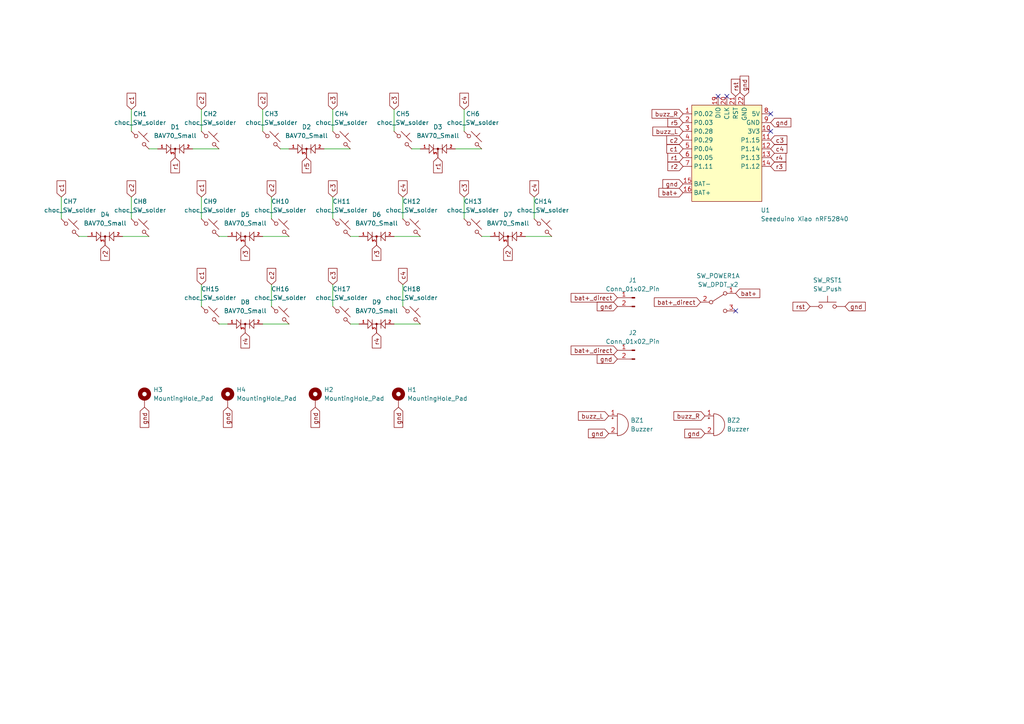
<source format=kicad_sch>
(kicad_sch (version 20230121) (generator eeschema)
  (paper "A4")
  (lib_symbols
    (symbol "Connector:Conn_01x02_Pin" (pin_names (offset 1.016) hide)
      (property "Reference" "J" (at 0 2.54 0))
      (property "Value" "Conn_01x02_Pin" (at 0 -5.08 0))
      (symbol "Conn_01x02_Pin_1_1"
        (polyline (pts (xy 1.27 -2.54) (xy 0.8636 -2.54)) (stroke (width 0.1524)))
        (polyline (pts (xy 1.27 0) (xy 0.8636 0)) (stroke (width 0.1524)))
        (rectangle (start 0.8636 -2.413) (end 0 -2.667) (stroke (width 0.1524)) (fill (type outline)))
        (rectangle (start 0.8636 0.127) (end 0 -0.127) (stroke (width 0.1524)) (fill (type outline)))
        (pin passive line (at 5.08 0 180) (length 3.81) (name "Pin_1") (number "1"))
        (pin passive line (at 5.08 -2.54 180) (length 3.81) (name "Pin_2") (number "2"))
      )
    )
    (symbol "Device:Buzzer" (pin_names (offset 0.0254) hide)
      (property "Reference" "BZ" (at 3.81 1.27 0))
      (property "Value" "Buzzer" (at 3.81 -1.27 0))
      (symbol "Buzzer_0_1"
        (arc (start 0 -3.175) (mid 3.1612 0) (end 0 3.175))
        (polyline (pts (xy -1.651 1.905) (xy -1.143 1.905)))
        (polyline (pts (xy -1.397 2.159) (xy -1.397 1.651)))
        (polyline (pts (xy 0 3.175) (xy 0 -3.175)))
      )
      (symbol "Buzzer_1_1"
        (pin passive line (at -2.54 2.54 0) (length 2.54) (name "-") (number "1"))
        (pin passive line (at -2.54 -2.54 0) (length 2.54) (name "+") (number "2"))
      )
    )
    (symbol "Mechanical:MountingHole_Pad" (pin_numbers hide) (pin_names (offset 1.016) hide)
      (property "Reference" "H" (at 0 6.35 0))
      (property "Value" "MountingHole_Pad" (at 0 4.445 0))
      (symbol "MountingHole_Pad_0_1"
        (circle (center 0 1.27) (radius 1.27) (stroke (width 1.27)))
      )
      (symbol "MountingHole_Pad_1_1"
        (pin input line (at 0 -2.54 90) (length 2.54) (name "1") (number "1"))
      )
    )
    (symbol "PCM_marbastlib-choc:choc_SW_solder" (pin_numbers hide) (pin_names (offset 1.016) hide)
      (property "Reference" "CH" (at 3.048 1.016 0))
      (property "Value" "choc_SW_solder" (at 0 -3.81 0))
      (symbol "choc_SW_solder_0_1"
        (circle (center -1.1684 1.1684) (radius 0.508))
        (polyline (pts (xy -0.508 2.54) (xy 2.54 -0.508)))
        (polyline (pts (xy 1.016 1.016) (xy 2.032 2.032)))
        (polyline (pts (xy -2.54 2.54) (xy -1.524 1.524) (xy -1.524 1.524)))
        (polyline (pts (xy 1.524 -1.524) (xy 2.54 -2.54) (xy 2.54 -2.54) (xy 2.54 -2.54)))
        (circle (center 1.143 -1.1938) (radius 0.508))
        (pin passive line (at -2.54 2.54 0) (length 0) (name "1") (number "1"))
        (pin passive line (at 2.54 -2.54 180) (length 0) (name "2") (number "2"))
      )
    )
    (symbol "PCM_marbastlib-promicroish:Seeeduino_Xiao_nRF52840" (in_bom no)
      (property "Reference" "U1" (at 9.8141 -13.97 0))
      (property "Value" "Seeeduino Xiao nRF52840" (at 9.8141 -16.51 0))
      (symbol "Seeeduino_Xiao_nRF52840_1_0"
        (pin bidirectional line (at -12.7 13.97 0) (length 2.54) (name "P0.02") (number "1"))
        (pin power_out line (at 12.7 8.89 180) (length 2.54) (name "3V3") (number "10"))
        (pin bidirectional line (at 12.7 6.35 180) (length 2.54) (name "P1.15") (number "11"))
        (pin bidirectional line (at 12.7 3.81 180) (length 2.54) (name "P1.14") (number "12"))
        (pin bidirectional line (at 12.7 1.27 180) (length 2.54) (name "P1.13") (number "13"))
        (pin bidirectional line (at 12.7 -1.27 180) (length 2.54) (name "P1.12") (number "14"))
        (pin power_in line (at -12.7 -6.35 0) (length 2.54) (name "BAT-") (number "15"))
        (pin power_in line (at -12.7 -8.89 0) (length 2.54) (name "BAT+") (number "16"))
        (pin bidirectional line (at -2.54 19.05 270) (length 2.54) (name "DIO") (number "19"))
        (pin bidirectional line (at -12.7 11.43 0) (length 2.54) (name "P0.03") (number "2"))
        (pin bidirectional line (at 0 19.05 270) (length 2.54) (name "CLK") (number "20"))
        (pin bidirectional line (at 2.54 19.05 270) (length 2.54) (name "RST") (number "21"))
        (pin power_out line (at 5.08 19.05 270) (length 2.54) (name "GND") (number "22"))
        (pin bidirectional line (at -12.7 8.89 0) (length 2.54) (name "P0.28") (number "3"))
        (pin bidirectional line (at -12.7 6.35 0) (length 2.54) (name "P0.29") (number "4"))
        (pin bidirectional line (at -12.7 3.81 0) (length 2.54) (name "P0.04") (number "5"))
        (pin bidirectional line (at -12.7 1.27 0) (length 2.54) (name "P0.05") (number "6"))
        (pin bidirectional line (at -12.7 -1.27 0) (length 2.54) (name "P1.11") (number "7"))
        (pin power_out line (at 12.7 13.97 180) (length 2.54) (name "5V") (number "8"))
        (pin power_out line (at 12.7 11.43 180) (length 2.54) (name "GND") (number "9"))
      )
      (symbol "Seeeduino_Xiao_nRF52840_1_1"
        (rectangle (start -10.16 16.51) (end 10.16 -11.43) (fill (type background)))
      )
    )
    (symbol "PCM_marbastlib-various:BAV70_Small" (pin_names (offset 0.762) hide)
      (property "Reference" "D" (at 0.635 -2.54 0))
      (property "Value" "BAV70_Small" (at 0 2.54 0))
      (symbol "BAV70_Small_0_1"
        (polyline (pts (xy -1.27 1.27) (xy -1.27 -1.27)))
        (polyline (pts (xy 1.27 0) (xy -1.27 0)))
        (polyline (pts (xy 1.27 1.27) (xy 1.27 -1.27)))
        (polyline (pts (xy -2.54 1.27) (xy -2.54 -1.27) (xy -1.27 0) (xy -2.54 1.27)))
        (polyline (pts (xy 2.54 1.27) (xy 2.54 -1.27) (xy 1.27 0) (xy 2.54 1.27)))
        (circle (center 0 0) (radius 0.254) (fill (type outline)))
      )
      (symbol "BAV70_Small_1_1"
        (pin input line (at -5.08 0 0) (length 2.54) (name "A1") (number "1"))
        (pin input line (at 5.08 0 180) (length 2.54) (name "A2") (number "2"))
        (pin passive line (at 0 -2.54 90) (length 2.54) (name "K") (number "3"))
      )
    )
    (symbol "Switch:SW_DPDT_x2" (pin_names (offset 0) hide)
      (property "Reference" "SW" (at 0 4.318 0))
      (property "Value" "SW_DPDT_x2" (at 0 -5.08 0))
      (symbol "SW_DPDT_x2_0_0"
        (circle (center -2.032 0) (radius 0.508))
        (circle (center 2.032 -2.54) (radius 0.508))
      )
      (symbol "SW_DPDT_x2_0_1"
        (polyline (pts (xy -1.524 0.254) (xy 1.651 2.286)))
        (circle (center 2.032 2.54) (radius 0.508))
      )
      (symbol "SW_DPDT_x2_1_1"
        (pin passive line (at 5.08 2.54 180) (length 2.54) (name "A") (number "1"))
        (pin passive line (at -5.08 0 0) (length 2.54) (name "B") (number "2"))
        (pin passive line (at 5.08 -2.54 180) (length 2.54) (name "C") (number "3"))
      )
      (symbol "SW_DPDT_x2_2_1"
        (pin passive line (at 5.08 2.54 180) (length 2.54) (name "A") (number "4"))
        (pin passive line (at -5.08 0 0) (length 2.54) (name "B") (number "5"))
        (pin passive line (at 5.08 -2.54 180) (length 2.54) (name "C") (number "6"))
      )
    )
    (symbol "Switch:SW_Push" (pin_numbers hide) (pin_names (offset 1.016) hide)
      (property "Reference" "SW" (at 1.27 2.54 0))
      (property "Value" "SW_Push" (at 0 -1.524 0))
      (symbol "SW_Push_0_1"
        (circle (center -2.032 0) (radius 0.508))
        (polyline (pts (xy 0 1.27) (xy 0 3.048)))
        (polyline (pts (xy 2.54 1.27) (xy -2.54 1.27)))
        (circle (center 2.032 0) (radius 0.508))
        (pin passive line (at -5.08 0 0) (length 2.54) (name "1") (number "1"))
        (pin passive line (at 5.08 0 180) (length 2.54) (name "2") (number "2"))
      )
    )
  )
  (no_connect (at 213.36 90.17))
  (no_connect (at 223.52 38.1))
  (no_connect (at 210.82 27.94))
  (no_connect (at 208.28 27.94))
  (no_connect (at 223.52 33.02))
  (wire (pts (xy 114.3 93.98) (xy 121.92 93.98)))
  (wire (pts (xy 96.52 57.15) (xy 96.52 63.5)))
  (wire (pts (xy 132.08 43.18) (xy 139.7 43.18)))
  (wire (pts (xy 63.5 93.98) (xy 66.04 93.98)))
  (wire (pts (xy 17.78 57.15) (xy 17.78 63.5)))
  (wire (pts (xy 38.1 31.75) (xy 38.1 38.1)))
  (wire (pts (xy 116.84 82.55) (xy 116.84 88.9)))
  (wire (pts (xy 35.56 68.58) (xy 43.18 68.58)))
  (wire (pts (xy 101.6 68.58) (xy 104.14 68.58)))
  (wire (pts (xy 96.52 31.75) (xy 96.52 38.1)))
  (wire (pts (xy 154.94 57.15) (xy 154.94 63.5)))
  (wire (pts (xy 43.18 43.18) (xy 45.72 43.18)))
  (wire (pts (xy 101.6 93.98) (xy 104.14 93.98)))
  (wire (pts (xy 76.2 68.58) (xy 83.82 68.58)))
  (wire (pts (xy 78.74 82.55) (xy 78.74 88.9)))
  (wire (pts (xy 38.1 57.15) (xy 38.1 63.5)))
  (wire (pts (xy 114.3 31.75) (xy 114.3 38.1)))
  (wire (pts (xy 96.52 82.55) (xy 96.52 88.9)))
  (wire (pts (xy 78.74 57.15) (xy 78.74 63.5)))
  (wire (pts (xy 134.62 31.75) (xy 134.62 38.1)))
  (wire (pts (xy 63.5 68.58) (xy 66.04 68.58)))
  (wire (pts (xy 93.98 43.18) (xy 101.6 43.18)))
  (wire (pts (xy 76.2 93.98) (xy 83.82 93.98)))
  (wire (pts (xy 116.84 57.15) (xy 116.84 63.5)))
  (wire (pts (xy 114.3 68.58) (xy 121.92 68.58)))
  (wire (pts (xy 152.4 68.58) (xy 160.02 68.58)))
  (wire (pts (xy 58.42 31.75) (xy 58.42 38.1)))
  (wire (pts (xy 81.28 43.18) (xy 83.82 43.18)))
  (wire (pts (xy 119.38 43.18) (xy 121.92 43.18)))
  (wire (pts (xy 139.7 68.58) (xy 142.24 68.58)))
  (wire (pts (xy 22.86 68.58) (xy 25.4 68.58)))
  (wire (pts (xy 58.42 82.55) (xy 58.42 88.9)))
  (wire (pts (xy 134.62 57.15) (xy 134.62 63.5)))
  (wire (pts (xy 58.42 57.15) (xy 58.42 63.5)))
  (wire (pts (xy 55.88 43.18) (xy 63.5 43.18)))
  (wire (pts (xy 76.2 31.75) (xy 76.2 38.1)))
  (global_label "r1" (shape input) (at 127 45.72 270) (property "Intersheetrefs" "${INTERSHEET_REFS}" (effects hide)))
  (global_label "r1" (shape input) (at 50.8 45.72 270) (property "Intersheetrefs" "${INTERSHEET_REFS}" (effects hide)))
  (global_label "c1" (shape input) (at 58.42 57.15 90) (property "Intersheetrefs" "${INTERSHEET_REFS}" (effects hide)))
  (global_label "r1" (shape input) (at 198.12 45.72 180) (property "Intersheetrefs" "${INTERSHEET_REFS}" (effects hide)))
  (global_label "gnd" (shape input) (at 176.53 125.73 180) (property "Intersheetrefs" "${INTERSHEET_REFS}" (effects hide)))
  (global_label "gnd" (shape input) (at 91.44 118.11 270) (property "Intersheetrefs" "${INTERSHEET_REFS}" (effects hide)))
  (global_label "buzz_L" (shape input) (at 198.12 38.1 180) (property "Intersheetrefs" "${INTERSHEET_REFS}" (effects hide)))
  (global_label "gnd" (shape input) (at 198.12 53.34 180) (property "Intersheetrefs" "${INTERSHEET_REFS}" (effects hide)))
  (global_label "r2" (shape input) (at 198.12 48.26 180) (property "Intersheetrefs" "${INTERSHEET_REFS}" (effects hide)))
  (global_label "gnd" (shape input) (at 204.47 125.73 180) (property "Intersheetrefs" "${INTERSHEET_REFS}" (effects hide)))
  (global_label "bat+_direct" (shape input) (at 179.07 101.6 180) (property "Intersheetrefs" "${INTERSHEET_REFS}" (effects hide)))
  (global_label "gnd" (shape input) (at 245.11 88.9 0) (property "Intersheetrefs" "${INTERSHEET_REFS}" (effects hide)))
  (global_label "r4" (shape input) (at 223.52 45.72 0) (property "Intersheetrefs" "${INTERSHEET_REFS}" (effects hide)))
  (global_label "c3" (shape input) (at 96.52 57.15 90) (property "Intersheetrefs" "${INTERSHEET_REFS}" (effects hide)))
  (global_label "c1" (shape input) (at 17.78 57.15 90) (property "Intersheetrefs" "${INTERSHEET_REFS}" (effects hide)))
  (global_label "c2" (shape input) (at 78.74 57.15 90) (property "Intersheetrefs" "${INTERSHEET_REFS}" (effects hide)))
  (global_label "c4" (shape input) (at 116.84 82.55 90) (property "Intersheetrefs" "${INTERSHEET_REFS}" (effects hide)))
  (global_label "gnd" (shape input) (at 115.57 118.11 270) (property "Intersheetrefs" "${INTERSHEET_REFS}" (effects hide)))
  (global_label "r4" (shape input) (at 109.22 96.52 270) (property "Intersheetrefs" "${INTERSHEET_REFS}" (effects hide)))
  (global_label "bat+_direct" (shape input) (at 179.07 86.36 180) (property "Intersheetrefs" "${INTERSHEET_REFS}" (effects hide)))
  (global_label "gnd" (shape input) (at 41.91 118.11 270) (property "Intersheetrefs" "${INTERSHEET_REFS}" (effects hide)))
  (global_label "gnd" (shape input) (at 66.04 118.11 270) (property "Intersheetrefs" "${INTERSHEET_REFS}" (effects hide)))
  (global_label "rst" (shape input) (at 213.36 27.94 90) (property "Intersheetrefs" "${INTERSHEET_REFS}" (effects hide)))
  (global_label "r4" (shape input) (at 71.12 96.52 270) (property "Intersheetrefs" "${INTERSHEET_REFS}" (effects hide)))
  (global_label "gnd" (shape input) (at 179.07 104.14 180) (property "Intersheetrefs" "${INTERSHEET_REFS}" (effects hide)))
  (global_label "c4" (shape input) (at 154.94 57.15 90) (property "Intersheetrefs" "${INTERSHEET_REFS}" (effects hide)))
  (global_label "c2" (shape input) (at 76.2 31.75 90) (property "Intersheetrefs" "${INTERSHEET_REFS}" (effects hide)))
  (global_label "gnd" (shape input) (at 179.07 88.9 180) (property "Intersheetrefs" "${INTERSHEET_REFS}" (effects hide)))
  (global_label "c4" (shape input) (at 134.62 31.75 90) (property "Intersheetrefs" "${INTERSHEET_REFS}" (effects hide)))
  (global_label "gnd" (shape input) (at 215.9 27.94 90) (property "Intersheetrefs" "${INTERSHEET_REFS}" (effects hide)))
  (global_label "r2" (shape input) (at 147.32 71.12 270) (property "Intersheetrefs" "${INTERSHEET_REFS}" (effects hide)))
  (global_label "r3" (shape input) (at 71.12 71.12 270) (property "Intersheetrefs" "${INTERSHEET_REFS}" (effects hide)))
  (global_label "c4" (shape input) (at 116.84 57.15 90) (property "Intersheetrefs" "${INTERSHEET_REFS}" (effects hide)))
  (global_label "c2" (shape input) (at 198.12 40.64 180) (property "Intersheetrefs" "${INTERSHEET_REFS}" (effects hide)))
  (global_label "c3" (shape input) (at 96.52 31.75 90) (property "Intersheetrefs" "${INTERSHEET_REFS}" (effects hide)))
  (global_label "gnd" (shape input) (at 223.52 35.56 0) (property "Intersheetrefs" "${INTERSHEET_REFS}" (effects hide)))
  (global_label "c2" (shape input) (at 78.74 82.55 90) (property "Intersheetrefs" "${INTERSHEET_REFS}" (effects hide)))
  (global_label "r2" (shape input) (at 30.48 71.12 270) (property "Intersheetrefs" "${INTERSHEET_REFS}" (effects hide)))
  (global_label "buzz_L" (shape input) (at 176.53 120.65 180) (property "Intersheetrefs" "${INTERSHEET_REFS}" (effects hide)))
  (global_label "c1" (shape input) (at 58.42 82.55 90) (property "Intersheetrefs" "${INTERSHEET_REFS}" (effects hide)))
  (global_label "buzz_R" (shape input) (at 204.47 120.65 180) (property "Intersheetrefs" "${INTERSHEET_REFS}" (effects hide)))
  (global_label "r5" (shape input) (at 198.12 35.56 180) (property "Intersheetrefs" "${INTERSHEET_REFS}" (effects hide)))
  (global_label "c4" (shape input) (at 223.52 43.18 0) (property "Intersheetrefs" "${INTERSHEET_REFS}" (effects hide)))
  (global_label "c3" (shape input) (at 96.52 82.55 90) (property "Intersheetrefs" "${INTERSHEET_REFS}" (effects hide)))
  (global_label "bat+" (shape input) (at 213.36 85.09 0) (property "Intersheetrefs" "${INTERSHEET_REFS}" (effects hide)))
  (global_label "r3" (shape input) (at 109.22 71.12 270) (property "Intersheetrefs" "${INTERSHEET_REFS}" (effects hide)))
  (global_label "r3" (shape input) (at 223.52 48.26 0) (property "Intersheetrefs" "${INTERSHEET_REFS}" (effects hide)))
  (global_label "bat+" (shape input) (at 198.12 55.88 180) (property "Intersheetrefs" "${INTERSHEET_REFS}" (effects hide)))
  (global_label "r5" (shape input) (at 88.9 45.72 270) (property "Intersheetrefs" "${INTERSHEET_REFS}" (effects hide)))
  (global_label "buzz_R" (shape input) (at 198.12 33.02 180) (property "Intersheetrefs" "${INTERSHEET_REFS}" (effects hide)))
  (global_label "c2" (shape input) (at 58.42 31.75 90) (property "Intersheetrefs" "${INTERSHEET_REFS}" (effects hide)))
  (global_label "c3" (shape input) (at 114.3 31.75 90) (property "Intersheetrefs" "${INTERSHEET_REFS}" (effects hide)))
  (global_label "c1" (shape input) (at 38.1 31.75 90) (property "Intersheetrefs" "${INTERSHEET_REFS}" (effects hide)))
  (global_label "bat+_direct" (shape input) (at 203.2 87.63 180) (property "Intersheetrefs" "${INTERSHEET_REFS}" (effects hide)))
  (global_label "rst" (shape input) (at 234.95 88.9 180) (property "Intersheetrefs" "${INTERSHEET_REFS}" (effects hide)))
  (global_label "c3" (shape input) (at 134.62 57.15 90) (property "Intersheetrefs" "${INTERSHEET_REFS}" (effects hide)))
  (global_label "c1" (shape input) (at 198.12 43.18 180) (property "Intersheetrefs" "${INTERSHEET_REFS}" (effects hide)))
  (global_label "c3" (shape input) (at 223.52 40.64 0) (property "Intersheetrefs" "${INTERSHEET_REFS}" (effects hide)))
  (global_label "c2" (shape input) (at 38.1 57.15 90) (property "Intersheetrefs" "${INTERSHEET_REFS}" (effects hide)))
  (symbol (lib_id "Device:Buzzer") (at 207.01 123.19 0) (unit 1)
    (property "Reference" "BZ2" (at 210.82 121.92 0) (effects (justify left)))
    (property "Value" "Buzzer" (at 210.82 124.46 0) (effects (justify left)))
    (property "Footprint" "Buzzer_Beeper:Buzzer_Mallory_AST1109MLTRQ" (effects hide))
  )
  (symbol (lib_id "PCM_marbastlib-choc:choc_SW_solder") (at 81.28 66.04 0) (unit 1)
    (property "Reference" "CH10" (at 81.28 58.42 0))
    (property "Value" "choc_SW_solder" (at 81.28 60.96 0))
    (property "Footprint" "PCM_marbastlib-choc:SW_choc_v1_1u" (effects hide))
  )
  (symbol (lib_id "PCM_marbastlib-choc:choc_SW_solder") (at 119.38 91.44 0) (unit 1)
    (property "Reference" "CH18" (at 119.38 83.82 0))
    (property "Value" "choc_SW_solder" (at 119.38 86.36 0))
    (property "Footprint" "PCM_marbastlib-choc:SW_choc_v1_1u" (effects hide))
  )
  (symbol (lib_id "PCM_marbastlib-promicroish:Seeeduino_Xiao_nRF52840") (at 210.82 46.99 0) (unit 1) (in_bom no)
    (property "Reference" "U1" (at 220.6341 60.96 0) (effects (justify left)))
    (property "Value" "Seeeduino Xiao nRF52840" (at 220.6341 63.5 0) (effects (justify left)))
    (property "Footprint" "apfellib:Xiao_nRF52840_ACH_nosilk_cutout" (effects hide))
  )
  (symbol (lib_id "PCM_marbastlib-choc:choc_SW_solder") (at 137.16 66.04 0) (unit 1)
    (property "Reference" "CH13" (at 137.16 58.42 0))
    (property "Value" "choc_SW_solder" (at 137.16 60.96 0))
    (property "Footprint" "PCM_marbastlib-choc:SW_choc_v1_1u" (effects hide))
  )
  (symbol (lib_id "PCM_marbastlib-various:BAV70_Small") (at 109.22 68.58 0) (unit 1)
    (property "Reference" "D6" (at 109.22 62.23 0))
    (property "Value" "BAV70_Small" (at 109.22 64.77 0))
    (property "Footprint" "BeiBob:apfel_SOT-23_silkless" (effects hide))
    (property "Datasheet" "https://assets.nexperia.com/documents/data-sheet/BAV70_SER.pdf" (effects hide))
  )
  (symbol (lib_id "PCM_marbastlib-various:BAV70_Small") (at 147.32 68.58 0) (unit 1)
    (property "Reference" "D7" (at 147.32 62.23 0))
    (property "Value" "BAV70_Small" (at 147.32 64.77 0))
    (property "Footprint" "BeiBob:apfel_SOT-23_silkless" (effects hide))
    (property "Datasheet" "https://assets.nexperia.com/documents/data-sheet/BAV70_SER.pdf" (effects hide))
  )
  (symbol (lib_id "PCM_marbastlib-choc:choc_SW_solder") (at 137.16 40.64 0) (unit 1)
    (property "Reference" "CH6" (at 137.16 33.02 0))
    (property "Value" "choc_SW_solder" (at 137.16 35.56 0))
    (property "Footprint" "PCM_marbastlib-choc:SW_choc_v1_1u" (effects hide))
  )
  (symbol (lib_id "PCM_marbastlib-choc:choc_SW_solder") (at 40.64 66.04 0) (unit 1)
    (property "Reference" "CH8" (at 40.64 58.42 0))
    (property "Value" "choc_SW_solder" (at 40.64 60.96 0))
    (property "Footprint" "PCM_marbastlib-choc:SW_choc_v1_1u" (effects hide))
  )
  (symbol (lib_id "PCM_marbastlib-various:BAV70_Small") (at 50.8 43.18 0) (unit 1)
    (property "Reference" "D1" (at 50.8 36.83 0))
    (property "Value" "BAV70_Small" (at 50.8 39.37 0))
    (property "Footprint" "BeiBob:apfel_SOT-23_silkless" (effects hide))
    (property "Datasheet" "https://assets.nexperia.com/documents/data-sheet/BAV70_SER.pdf" (effects hide))
  )
  (symbol (lib_id "Mechanical:MountingHole_Pad") (at 91.44 115.57 0) (unit 1)
    (property "Reference" "H2" (at 93.98 113.03 0) (effects (justify left)))
    (property "Value" "MountingHole_Pad" (at 93.98 115.57 0) (effects (justify left)))
    (property "Footprint" "BeiBob:MountingHole_2.2mm_M2_Pad_Via_nosilk" (effects hide))
  )
  (symbol (lib_id "PCM_marbastlib-choc:choc_SW_solder") (at 116.84 40.64 0) (unit 1)
    (property "Reference" "CH5" (at 116.84 33.02 0))
    (property "Value" "choc_SW_solder" (at 116.84 35.56 0))
    (property "Footprint" "PCM_marbastlib-choc:SW_choc_v1_1u" (effects hide))
  )
  (symbol (lib_id "Mechanical:MountingHole_Pad") (at 66.04 115.57 0) (unit 1)
    (property "Reference" "H4" (at 68.58 113.03 0) (effects (justify left)))
    (property "Value" "MountingHole_Pad" (at 68.58 115.57 0) (effects (justify left)))
    (property "Footprint" "BeiBob:MountingHole_2.2mm_M2_Pad_Via_nosilk" (effects hide))
  )
  (symbol (lib_id "PCM_marbastlib-choc:choc_SW_solder") (at 78.74 40.64 0) (unit 1)
    (property "Reference" "CH3" (at 78.74 33.02 0))
    (property "Value" "choc_SW_solder" (at 78.74 35.56 0))
    (property "Footprint" "PCM_marbastlib-choc:SW_choc_v1_1u" (effects hide))
  )
  (symbol (lib_id "PCM_marbastlib-various:BAV70_Small") (at 109.22 93.98 0) (unit 1)
    (property "Reference" "D9" (at 109.22 87.63 0))
    (property "Value" "BAV70_Small" (at 109.22 90.17 0))
    (property "Footprint" "BeiBob:apfel_SOT-23_silkless" (effects hide))
    (property "Datasheet" "https://assets.nexperia.com/documents/data-sheet/BAV70_SER.pdf" (effects hide))
  )
  (symbol (lib_id "PCM_marbastlib-various:BAV70_Small") (at 127 43.18 0) (unit 1)
    (property "Reference" "D3" (at 127 36.83 0))
    (property "Value" "BAV70_Small" (at 127 39.37 0))
    (property "Footprint" "BeiBob:apfel_SOT-23_silkless" (effects hide))
    (property "Datasheet" "https://assets.nexperia.com/documents/data-sheet/BAV70_SER.pdf" (effects hide))
  )
  (symbol (lib_id "PCM_marbastlib-choc:choc_SW_solder") (at 99.06 66.04 0) (unit 1)
    (property "Reference" "CH11" (at 99.06 58.42 0))
    (property "Value" "choc_SW_solder" (at 99.06 60.96 0))
    (property "Footprint" "PCM_marbastlib-choc:SW_choc_v1_1u" (effects hide))
  )
  (symbol (lib_id "Mechanical:MountingHole_Pad") (at 41.91 115.57 0) (unit 1)
    (property "Reference" "H3" (at 44.45 113.03 0) (effects (justify left)))
    (property "Value" "MountingHole_Pad" (at 44.45 115.57 0) (effects (justify left)))
    (property "Footprint" "BeiBob:MountingHole_2.2mm_M2_Pad_Via_nosilk" (effects hide))
  )
  (symbol (lib_id "Switch:SW_Push") (at 240.03 88.9 0) (unit 1)
    (property "Reference" "SW_RST1" (at 240.03 81.28 0))
    (property "Value" "SW_Push" (at 240.03 83.82 0))
    (property "Footprint" "BeiBob:SW_ResetSW" (effects hide))
  )
  (symbol (lib_id "PCM_marbastlib-various:BAV70_Small") (at 30.48 68.58 0) (unit 1)
    (property "Reference" "D4" (at 30.48 62.23 0))
    (property "Value" "BAV70_Small" (at 30.48 64.77 0))
    (property "Footprint" "BeiBob:apfel_SOT-23_silkless" (effects hide))
    (property "Datasheet" "https://assets.nexperia.com/documents/data-sheet/BAV70_SER.pdf" (effects hide))
  )
  (symbol (lib_id "PCM_marbastlib-choc:choc_SW_solder") (at 119.38 66.04 0) (unit 1)
    (property "Reference" "CH12" (at 119.38 58.42 0))
    (property "Value" "choc_SW_solder" (at 119.38 60.96 0))
    (property "Footprint" "PCM_marbastlib-choc:SW_choc_v1_1u" (effects hide))
  )
  (symbol (lib_id "PCM_marbastlib-choc:choc_SW_solder") (at 99.06 91.44 0) (unit 1)
    (property "Reference" "CH17" (at 99.06 83.82 0))
    (property "Value" "choc_SW_solder" (at 99.06 86.36 0))
    (property "Footprint" "PCM_marbastlib-choc:SW_choc_v1_1u" (effects hide))
  )
  (symbol (lib_id "PCM_marbastlib-choc:choc_SW_solder") (at 20.32 66.04 0) (unit 1)
    (property "Reference" "CH7" (at 20.32 58.42 0))
    (property "Value" "choc_SW_solder" (at 20.32 60.96 0))
    (property "Footprint" "PCM_marbastlib-choc:SW_choc_v1_1u" (effects hide))
  )
  (symbol (lib_id "PCM_marbastlib-choc:choc_SW_solder") (at 99.06 40.64 0) (unit 1)
    (property "Reference" "CH4" (at 99.06 33.02 0))
    (property "Value" "choc_SW_solder" (at 99.06 35.56 0))
    (property "Footprint" "PCM_marbastlib-choc:SW_choc_v1_1u" (effects hide))
  )
  (symbol (lib_id "Connector:Conn_01x02_Pin") (at 184.15 101.6 0) (mirror y) (unit 1)
    (property "Reference" "J2" (at 183.515 96.52 0))
    (property "Value" "Conn_01x02_Pin" (at 183.515 99.06 0))
    (property "Footprint" "Connector_PinHeader_2.54mm:PinHeader_1x02_P2.54mm_Vertical" (effects hide))
  )
  (symbol (lib_id "PCM_marbastlib-various:BAV70_Small") (at 88.9 43.18 0) (unit 1)
    (property "Reference" "D2" (at 88.9 36.83 0))
    (property "Value" "BAV70_Small" (at 88.9 39.37 0))
    (property "Footprint" "BeiBob:apfel_SOT-23_silkless" (effects hide))
    (property "Datasheet" "https://assets.nexperia.com/documents/data-sheet/BAV70_SER.pdf" (effects hide))
  )
  (symbol (lib_id "PCM_marbastlib-various:BAV70_Small") (at 71.12 68.58 0) (unit 1)
    (property "Reference" "D5" (at 71.12 62.23 0))
    (property "Value" "BAV70_Small" (at 71.12 64.77 0))
    (property "Footprint" "BeiBob:apfel_SOT-23_silkless" (effects hide))
    (property "Datasheet" "https://assets.nexperia.com/documents/data-sheet/BAV70_SER.pdf" (effects hide))
  )
  (symbol (lib_id "PCM_marbastlib-choc:choc_SW_solder") (at 157.48 66.04 0) (unit 1)
    (property "Reference" "CH14" (at 157.48 58.42 0))
    (property "Value" "choc_SW_solder" (at 157.48 60.96 0))
    (property "Footprint" "PCM_marbastlib-choc:SW_choc_v1_1u" (effects hide))
  )
  (symbol (lib_id "PCM_marbastlib-choc:choc_SW_solder") (at 40.64 40.64 0) (unit 1)
    (property "Reference" "CH1" (at 40.64 33.02 0))
    (property "Value" "choc_SW_solder" (at 40.64 35.56 0))
    (property "Footprint" "PCM_marbastlib-choc:SW_choc_v1_1u" (effects hide))
  )
  (symbol (lib_id "PCM_marbastlib-choc:choc_SW_solder") (at 60.96 40.64 0) (unit 1)
    (property "Reference" "CH2" (at 60.96 33.02 0))
    (property "Value" "choc_SW_solder" (at 60.96 35.56 0))
    (property "Footprint" "PCM_marbastlib-choc:SW_choc_v1_1u" (effects hide))
  )
  (symbol (lib_id "Mechanical:MountingHole_Pad") (at 115.57 115.57 0) (unit 1)
    (property "Reference" "H1" (at 118.11 113.03 0) (effects (justify left)))
    (property "Value" "MountingHole_Pad" (at 118.11 115.57 0) (effects (justify left)))
    (property "Footprint" "BeiBob:MountingHole_2.2mm_M2_Pad_Via_nosilk" (effects hide))
  )
  (symbol (lib_id "Connector:Conn_01x02_Pin") (at 184.15 86.36 0) (mirror y) (unit 1)
    (property "Reference" "J1" (at 183.515 81.28 0))
    (property "Value" "Conn_01x02_Pin" (at 183.515 83.82 0))
    (property "Footprint" "Connector_JST:JST_GH_SM02B-GHS-TB_1x02-1MP_P1.25mm_Horizontal" (effects hide))
  )
  (symbol (lib_id "PCM_marbastlib-choc:choc_SW_solder") (at 60.96 66.04 0) (unit 1)
    (property "Reference" "CH9" (at 60.96 58.42 0))
    (property "Value" "choc_SW_solder" (at 60.96 60.96 0))
    (property "Footprint" "PCM_marbastlib-choc:SW_choc_v1_1u" (effects hide))
  )
  (symbol (lib_id "PCM_marbastlib-various:BAV70_Small") (at 71.12 93.98 0) (unit 1)
    (property "Reference" "D8" (at 71.12 87.63 0))
    (property "Value" "BAV70_Small" (at 71.12 90.17 0))
    (property "Footprint" "BeiBob:apfel_SOT-23_silkless" (effects hide))
    (property "Datasheet" "https://assets.nexperia.com/documents/data-sheet/BAV70_SER.pdf" (effects hide))
  )
  (symbol (lib_id "Switch:SW_DPDT_x2") (at 208.28 87.63 0) (unit 1)
    (property "Reference" "SW_POWER1" (at 208.28 80.01 0))
    (property "Value" "SW_DPDT_x2" (at 208.28 82.55 0))
    (property "Footprint" "PCM_marbastlib-various:SW_MSK12C02-HB" (effects hide))
  )
  (symbol (lib_id "Device:Buzzer") (at 179.07 123.19 0) (unit 1)
    (property "Reference" "BZ1" (at 182.88 121.92 0) (effects (justify left)))
    (property "Value" "Buzzer" (at 182.88 124.46 0) (effects (justify left)))
    (property "Footprint" "Buzzer_Beeper:Buzzer_Mallory_AST1109MLTRQ" (effects hide))
  )
  (symbol (lib_id "PCM_marbastlib-choc:choc_SW_solder") (at 60.96 91.44 0) (unit 1)
    (property "Reference" "CH15" (at 60.96 83.82 0))
    (property "Value" "choc_SW_solder" (at 60.96 86.36 0))
    (property "Footprint" "PCM_marbastlib-choc:SW_choc_v1_1u" (effects hide))
  )
  (symbol (lib_id "PCM_marbastlib-choc:choc_SW_solder") (at 81.28 91.44 0) (unit 1)
    (property "Reference" "CH16" (at 81.28 83.82 0))
    (property "Value" "choc_SW_solder" (at 81.28 86.36 0))
    (property "Footprint" "PCM_marbastlib-choc:SW_choc_v1_1u" (effects hide))
  )
)
</source>
